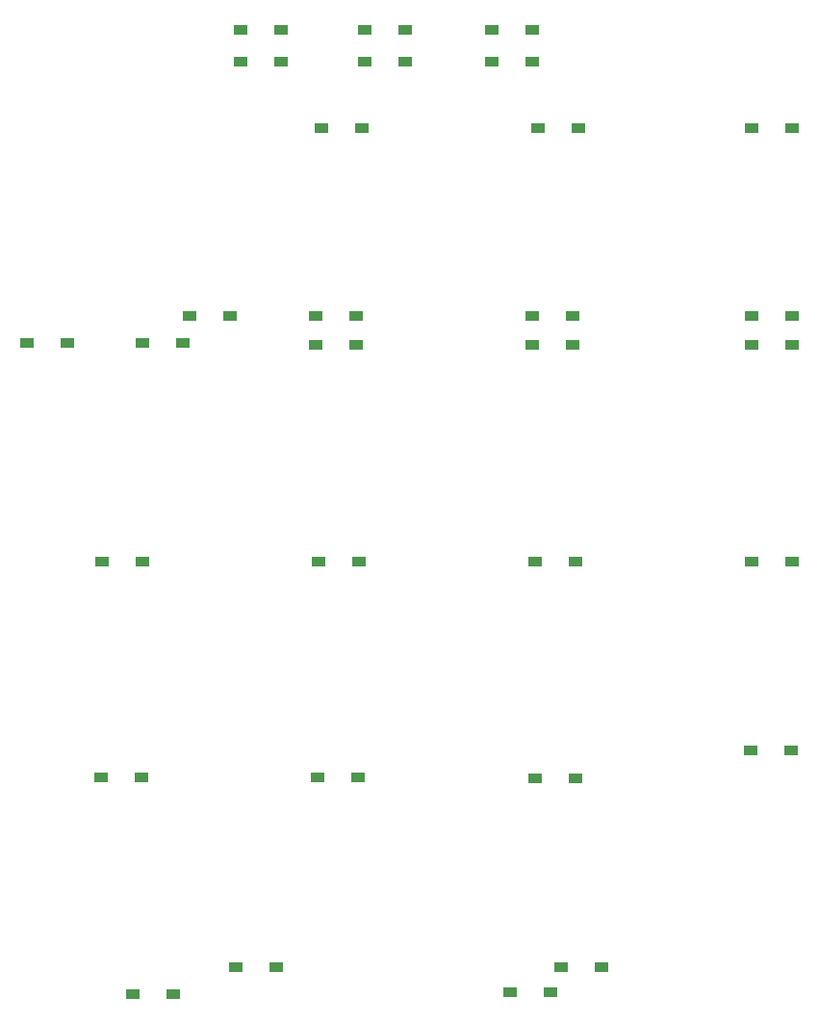
<source format=gtp>
G04 #@! TF.GenerationSoftware,KiCad,Pcbnew,(5.1.5-0-10_14)*
G04 #@! TF.CreationDate,2020-05-14T06:03:15+09:00*
G04 #@! TF.ProjectId,Colice,436f6c69-6365-42e6-9b69-6361645f7063,rev?*
G04 #@! TF.SameCoordinates,Original*
G04 #@! TF.FileFunction,Paste,Top*
G04 #@! TF.FilePolarity,Positive*
%FSLAX46Y46*%
G04 Gerber Fmt 4.6, Leading zero omitted, Abs format (unit mm)*
G04 Created by KiCad (PCBNEW (5.1.5-0-10_14)) date 2020-05-14 06:03:15*
%MOMM*%
%LPD*%
G04 APERTURE LIST*
%ADD10R,1.300000X0.950000*%
G04 APERTURE END LIST*
D10*
X83950000Y-120253630D03*
X87500000Y-120253630D03*
X132743750Y-101203550D03*
X129193750Y-101203550D03*
X94643750Y-103584810D03*
X91093750Y-103584810D03*
X114043000Y-46482000D03*
X110493000Y-46482000D03*
X113535000Y-65532000D03*
X109985000Y-65532000D03*
X111630000Y-122504200D03*
X108080000Y-122504200D03*
X65535000Y-65405000D03*
X69085000Y-65405000D03*
X79245000Y-65405000D03*
X75695000Y-65405000D03*
X72139000Y-84582000D03*
X75689000Y-84582000D03*
X72043750Y-103584810D03*
X75593750Y-103584810D03*
X78441601Y-122640115D03*
X74891601Y-122640115D03*
X90935000Y-62992000D03*
X94485000Y-62992000D03*
X94993000Y-46482000D03*
X91443000Y-46482000D03*
X90935000Y-65532000D03*
X94485000Y-65532000D03*
X91189000Y-84582000D03*
X94739000Y-84582000D03*
X109985000Y-62992000D03*
X113535000Y-62992000D03*
X113789000Y-84582000D03*
X110239000Y-84582000D03*
X113789000Y-103632000D03*
X110239000Y-103632000D03*
X129289000Y-62992000D03*
X132839000Y-62992000D03*
X132839000Y-46482000D03*
X129289000Y-46482000D03*
X132839000Y-65532000D03*
X129289000Y-65532000D03*
X132839000Y-84582000D03*
X129289000Y-84582000D03*
X116075000Y-120253630D03*
X112525000Y-120253630D03*
X79889000Y-62992000D03*
X83439000Y-62992000D03*
X109979000Y-40640000D03*
X106429000Y-40640000D03*
X84331000Y-37846000D03*
X87881000Y-37846000D03*
X87881000Y-40640000D03*
X84331000Y-40640000D03*
X95253000Y-37846000D03*
X98803000Y-37846000D03*
X98803000Y-40640000D03*
X95253000Y-40640000D03*
X106429000Y-37846000D03*
X109979000Y-37846000D03*
M02*

</source>
